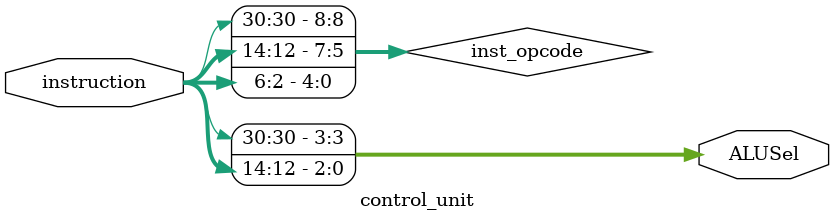
<source format=v>
`timescale 1ns / 1ps

//
module control_unit (
    input [31:0] instruction,
    output [3:0] ALUSel
    );

    wire [8:0] inst_opcode = {instruction[30], instruction[14:12], instruction[6:2]};

    assign ALUSel = inst_opcode[8:5];
endmodule

</source>
